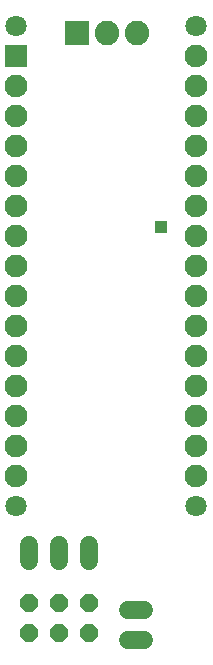
<source format=gbs>
G75*
%MOIN*%
%OFA0B0*%
%FSLAX25Y25*%
%IPPOS*%
%LPD*%
%AMOC8*
5,1,8,0,0,1.08239X$1,22.5*
%
%ADD10C,0.07100*%
%ADD11R,0.07600X0.07600*%
%ADD12C,0.07600*%
%ADD13R,0.08200X0.08200*%
%ADD14C,0.08200*%
%ADD15C,0.06000*%
%ADD16OC8,0.06000*%
%ADD17R,0.04362X0.04362*%
D10*
X0006800Y0099398D03*
X0006800Y0259398D03*
X0066800Y0259398D03*
X0066800Y0099398D03*
D11*
X0006800Y0249398D03*
D12*
X0006800Y0239398D03*
X0006800Y0229398D03*
X0006800Y0219398D03*
X0006800Y0209398D03*
X0006800Y0199398D03*
X0006800Y0189398D03*
X0006800Y0179398D03*
X0006800Y0169398D03*
X0006800Y0159398D03*
X0006800Y0149398D03*
X0006800Y0139398D03*
X0006800Y0129398D03*
X0006800Y0119398D03*
X0006800Y0109398D03*
X0066800Y0109398D03*
X0066800Y0119398D03*
X0066800Y0129398D03*
X0066800Y0139398D03*
X0066800Y0149398D03*
X0066800Y0159398D03*
X0066800Y0169398D03*
X0066800Y0179398D03*
X0066800Y0189398D03*
X0066800Y0199398D03*
X0066800Y0209398D03*
X0066800Y0219398D03*
X0066800Y0229398D03*
X0066800Y0239398D03*
X0066800Y0249398D03*
D13*
X0026839Y0256918D03*
D14*
X0036839Y0256918D03*
X0046839Y0256918D03*
D15*
X0031091Y0086390D02*
X0031091Y0080990D01*
X0021091Y0080990D02*
X0021091Y0086390D01*
X0011091Y0086390D02*
X0011091Y0080990D01*
X0043982Y0064674D02*
X0049382Y0064674D01*
X0049382Y0054674D02*
X0043982Y0054674D01*
D16*
X0011091Y0057036D03*
X0011091Y0067036D03*
X0021091Y0067036D03*
X0021091Y0057036D03*
X0031091Y0057036D03*
X0031091Y0067036D03*
D17*
X0054950Y0192351D03*
M02*

</source>
